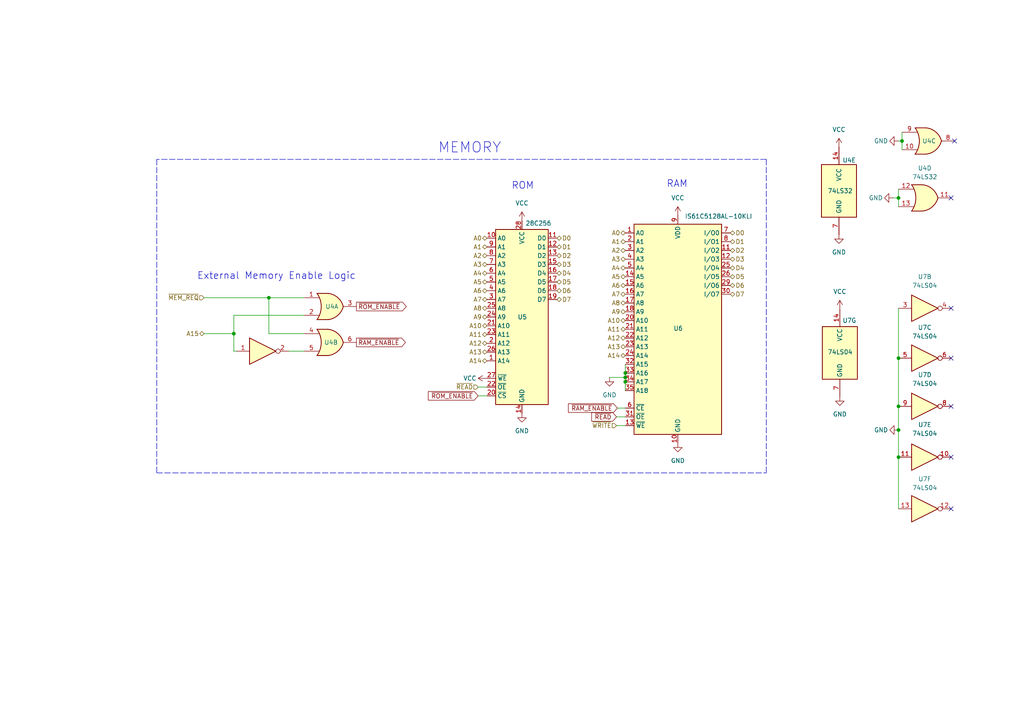
<source format=kicad_sch>
(kicad_sch (version 20211123) (generator eeschema)
  (paper "A4")
  (lib_symbols
    (symbol "74xx:74LS04"
      (property "Reference" "U" (at 0 1.27 0))
      (property "Value" "74LS04" (at 0 -1.27 0))
      (symbol "74LS04_1_0"
        (polyline (pts (xy -3.81 3.81) (xy -3.81 -3.81) (xy 3.81 0) (xy -3.81 3.81)) (stroke (width 0.254)) (fill (type background)))
        (pin input line (at -7.62 0 0) (length 3.81) (name "~") (number "1"))
        (pin output inverted (at 7.62 0 180) (length 3.81) (name "~") (number "2"))
      )
      (symbol "74LS04_2_0"
        (polyline (pts (xy -3.81 3.81) (xy -3.81 -3.81) (xy 3.81 0) (xy -3.81 3.81)) (stroke (width 0.254)) (fill (type background)))
        (pin input line (at -7.62 0 0) (length 3.81) (name "~") (number "3"))
        (pin output inverted (at 7.62 0 180) (length 3.81) (name "~") (number "4"))
      )
      (symbol "74LS04_3_0"
        (polyline (pts (xy -3.81 3.81) (xy -3.81 -3.81) (xy 3.81 0) (xy -3.81 3.81)) (stroke (width 0.254)) (fill (type background)))
        (pin input line (at -7.62 0 0) (length 3.81) (name "~") (number "5"))
        (pin output inverted (at 7.62 0 180) (length 3.81) (name "~") (number "6"))
      )
      (symbol "74LS04_4_0"
        (polyline (pts (xy -3.81 3.81) (xy -3.81 -3.81) (xy 3.81 0) (xy -3.81 3.81)) (stroke (width 0.254)) (fill (type background)))
        (pin output inverted (at 7.62 0 180) (length 3.81) (name "~") (number "8"))
        (pin input line (at -7.62 0 0) (length 3.81) (name "~") (number "9"))
      )
      (symbol "74LS04_5_0"
        (polyline (pts (xy -3.81 3.81) (xy -3.81 -3.81) (xy 3.81 0) (xy -3.81 3.81)) (stroke (width 0.254)) (fill (type background)))
        (pin output inverted (at 7.62 0 180) (length 3.81) (name "~") (number "10"))
        (pin input line (at -7.62 0 0) (length 3.81) (name "~") (number "11"))
      )
      (symbol "74LS04_6_0"
        (polyline (pts (xy -3.81 3.81) (xy -3.81 -3.81) (xy 3.81 0) (xy -3.81 3.81)) (stroke (width 0.254)) (fill (type background)))
        (pin output inverted (at 7.62 0 180) (length 3.81) (name "~") (number "12"))
        (pin input line (at -7.62 0 0) (length 3.81) (name "~") (number "13"))
      )
      (symbol "74LS04_7_0"
        (pin power_in line (at 0 12.7 270) (length 5.08) (name "VCC") (number "14"))
        (pin power_in line (at 0 -12.7 90) (length 5.08) (name "GND") (number "7"))
      )
      (symbol "74LS04_7_1"
        (rectangle (start -5.08 7.62) (end 5.08 -7.62) (stroke (width 0.254)) (fill (type background)))
      )
    )
    (symbol "74xx:74LS32" (pin_names (offset 1.016))
      (property "Reference" "U" (at 0 1.27 0))
      (property "Value" "74LS32" (at 0 -1.27 0))
      (symbol "74LS32_1_1"
        (arc (start -3.81 -3.81) (mid -2.589 0) (end -3.81 3.81) (stroke (width 0.254)))
        (arc (start -0.6096 -3.81) (mid 2.1855 -2.584) (end 3.81 0) (stroke (width 0.254)) (fill (type background)))
        (polyline (pts (xy -3.81 -3.81) (xy -0.635 -3.81)) (stroke (width 0.254)) (fill (type background)))
        (polyline (pts (xy -3.81 3.81) (xy -0.635 3.81)) (stroke (width 0.254)) (fill (type background)))
        (polyline (pts (xy -0.635 3.81) (xy -3.81 3.81) (xy -3.81 3.81) (xy -3.556 3.4036) (xy -3.0226 2.2606) (xy -2.6924 1.0414) (xy -2.6162 -0.254) (xy -2.7686 -1.4986) (xy -3.175 -2.7178) (xy -3.81 -3.81) (xy -3.81 -3.81) (xy -0.635 -3.81)) (stroke (width -25.4)) (fill (type background)))
        (arc (start 3.81 0) (mid 2.1928 2.5925) (end -0.6096 3.81) (stroke (width 0.254)) (fill (type background)))
        (pin input line (at -7.62 2.54 0) (length 4.318) (name "~") (number "1"))
        (pin input line (at -7.62 -2.54 0) (length 4.318) (name "~") (number "2"))
        (pin output line (at 7.62 0 180) (length 3.81) (name "~") (number "3"))
      )
      (symbol "74LS32_1_2"
        (arc (start 0 -3.81) (mid 3.81 0) (end 0 3.81) (stroke (width 0.254)) (fill (type background)))
        (polyline (pts (xy 0 3.81) (xy -3.81 3.81) (xy -3.81 -3.81) (xy 0 -3.81)) (stroke (width 0.254)) (fill (type background)))
        (pin input inverted (at -7.62 2.54 0) (length 3.81) (name "~") (number "1"))
        (pin input inverted (at -7.62 -2.54 0) (length 3.81) (name "~") (number "2"))
        (pin output inverted (at 7.62 0 180) (length 3.81) (name "~") (number "3"))
      )
      (symbol "74LS32_2_1"
        (arc (start -3.81 -3.81) (mid -2.589 0) (end -3.81 3.81) (stroke (width 0.254)))
        (arc (start -0.6096 -3.81) (mid 2.1855 -2.584) (end 3.81 0) (stroke (width 0.254)) (fill (type background)))
        (polyline (pts (xy -3.81 -3.81) (xy -0.635 -3.81)) (stroke (width 0.254)) (fill (type background)))
        (polyline (pts (xy -3.81 3.81) (xy -0.635 3.81)) (stroke (width 0.254)) (fill (type background)))
        (polyline (pts (xy -0.635 3.81) (xy -3.81 3.81) (xy -3.81 3.81) (xy -3.556 3.4036) (xy -3.0226 2.2606) (xy -2.6924 1.0414) (xy -2.6162 -0.254) (xy -2.7686 -1.4986) (xy -3.175 -2.7178) (xy -3.81 -3.81) (xy -3.81 -3.81) (xy -0.635 -3.81)) (stroke (width -25.4)) (fill (type background)))
        (arc (start 3.81 0) (mid 2.1928 2.5925) (end -0.6096 3.81) (stroke (width 0.254)) (fill (type background)))
        (pin input line (at -7.62 2.54 0) (length 4.318) (name "~") (number "4"))
        (pin input line (at -7.62 -2.54 0) (length 4.318) (name "~") (number "5"))
        (pin output line (at 7.62 0 180) (length 3.81) (name "~") (number "6"))
      )
      (symbol "74LS32_2_2"
        (arc (start 0 -3.81) (mid 3.81 0) (end 0 3.81) (stroke (width 0.254)) (fill (type background)))
        (polyline (pts (xy 0 3.81) (xy -3.81 3.81) (xy -3.81 -3.81) (xy 0 -3.81)) (stroke (width 0.254)) (fill (type background)))
        (pin input inverted (at -7.62 2.54 0) (length 3.81) (name "~") (number "4"))
        (pin input inverted (at -7.62 -2.54 0) (length 3.81) (name "~") (number "5"))
        (pin output inverted (at 7.62 0 180) (length 3.81) (name "~") (number "6"))
      )
      (symbol "74LS32_3_1"
        (arc (start -3.81 -3.81) (mid -2.589 0) (end -3.81 3.81) (stroke (width 0.254)))
        (arc (start -0.6096 -3.81) (mid 2.1855 -2.584) (end 3.81 0) (stroke (width 0.254)) (fill (type background)))
        (polyline (pts (xy -3.81 -3.81) (xy -0.635 -3.81)) (stroke (width 0.254)) (fill (type background)))
        (polyline (pts (xy -3.81 3.81) (xy -0.635 3.81)) (stroke (width 0.254)) (fill (type background)))
        (polyline (pts (xy -0.635 3.81) (xy -3.81 3.81) (xy -3.81 3.81) (xy -3.556 3.4036) (xy -3.0226 2.2606) (xy -2.6924 1.0414) (xy -2.6162 -0.254) (xy -2.7686 -1.4986) (xy -3.175 -2.7178) (xy -3.81 -3.81) (xy -3.81 -3.81) (xy -0.635 -3.81)) (stroke (width -25.4)) (fill (type background)))
        (arc (start 3.81 0) (mid 2.1928 2.5925) (end -0.6096 3.81) (stroke (width 0.254)) (fill (type background)))
        (pin input line (at -7.62 -2.54 0) (length 4.318) (name "~") (number "10"))
        (pin output line (at 7.62 0 180) (length 3.81) (name "~") (number "8"))
        (pin input line (at -7.62 2.54 0) (length 4.318) (name "~") (number "9"))
      )
      (symbol "74LS32_3_2"
        (arc (start 0 -3.81) (mid 3.81 0) (end 0 3.81) (stroke (width 0.254)) (fill (type background)))
        (polyline (pts (xy 0 3.81) (xy -3.81 3.81) (xy -3.81 -3.81) (xy 0 -3.81)) (stroke (width 0.254)) (fill (type background)))
        (pin input inverted (at -7.62 -2.54 0) (length 3.81) (name "~") (number "10"))
        (pin output inverted (at 7.62 0 180) (length 3.81) (name "~") (number "8"))
        (pin input inverted (at -7.62 2.54 0) (length 3.81) (name "~") (number "9"))
      )
      (symbol "74LS32_4_1"
        (arc (start -3.81 -3.81) (mid -2.589 0) (end -3.81 3.81) (stroke (width 0.254)))
        (arc (start -0.6096 -3.81) (mid 2.1855 -2.584) (end 3.81 0) (stroke (width 0.254)) (fill (type background)))
        (polyline (pts (xy -3.81 -3.81) (xy -0.635 -3.81)) (stroke (width 0.254)) (fill (type background)))
        (polyline (pts (xy -3.81 3.81) (xy -0.635 3.81)) (stroke (width 0.254)) (fill (type background)))
        (polyline (pts (xy -0.635 3.81) (xy -3.81 3.81) (xy -3.81 3.81) (xy -3.556 3.4036) (xy -3.0226 2.2606) (xy -2.6924 1.0414) (xy -2.6162 -0.254) (xy -2.7686 -1.4986) (xy -3.175 -2.7178) (xy -3.81 -3.81) (xy -3.81 -3.81) (xy -0.635 -3.81)) (stroke (width -25.4)) (fill (type background)))
        (arc (start 3.81 0) (mid 2.1928 2.5925) (end -0.6096 3.81) (stroke (width 0.254)) (fill (type background)))
        (pin output line (at 7.62 0 180) (length 3.81) (name "~") (number "11"))
        (pin input line (at -7.62 2.54 0) (length 4.318) (name "~") (number "12"))
        (pin input line (at -7.62 -2.54 0) (length 4.318) (name "~") (number "13"))
      )
      (symbol "74LS32_4_2"
        (arc (start 0 -3.81) (mid 3.81 0) (end 0 3.81) (stroke (width 0.254)) (fill (type background)))
        (polyline (pts (xy 0 3.81) (xy -3.81 3.81) (xy -3.81 -3.81) (xy 0 -3.81)) (stroke (width 0.254)) (fill (type background)))
        (pin output inverted (at 7.62 0 180) (length 3.81) (name "~") (number "11"))
        (pin input inverted (at -7.62 2.54 0) (length 3.81) (name "~") (number "12"))
        (pin input inverted (at -7.62 -2.54 0) (length 3.81) (name "~") (number "13"))
      )
      (symbol "74LS32_5_0"
        (pin power_in line (at 0 12.7 270) (length 5.08) (name "VCC") (number "14"))
        (pin power_in line (at 0 -12.7 90) (length 5.08) (name "GND") (number "7"))
      )
      (symbol "74LS32_5_1"
        (rectangle (start -5.08 7.62) (end 5.08 -7.62) (stroke (width 0.254)) (fill (type background)))
      )
    )
    (symbol "Memory_EEPROM:28C256"
      (property "Reference" "U" (at -7.62 26.67 0))
      (property "Value" "28C256" (at 2.54 -26.67 0))
      (symbol "28C256_1_1"
        (rectangle (start -7.62 25.4) (end 7.62 -25.4) (stroke (width 0.254)) (fill (type background)))
        (pin input line (at -10.16 -12.7 0) (length 2.54) (name "A14") (number "1"))
        (pin input line (at -10.16 22.86 0) (length 2.54) (name "A0") (number "10"))
        (pin tri_state line (at 10.16 22.86 180) (length 2.54) (name "D0") (number "11"))
        (pin tri_state line (at 10.16 20.32 180) (length 2.54) (name "D1") (number "12"))
        (pin tri_state line (at 10.16 17.78 180) (length 2.54) (name "D2") (number "13"))
        (pin power_in line (at 0 -27.94 90) (length 2.54) (name "GND") (number "14"))
        (pin tri_state line (at 10.16 15.24 180) (length 2.54) (name "D3") (number "15"))
        (pin tri_state line (at 10.16 12.7 180) (length 2.54) (name "D4") (number "16"))
        (pin tri_state line (at 10.16 10.16 180) (length 2.54) (name "D5") (number "17"))
        (pin tri_state line (at 10.16 7.62 180) (length 2.54) (name "D6") (number "18"))
        (pin tri_state line (at 10.16 5.08 180) (length 2.54) (name "D7") (number "19"))
        (pin input line (at -10.16 -7.62 0) (length 2.54) (name "A12") (number "2"))
        (pin input line (at -10.16 -22.86 0) (length 2.54) (name "~{CS}") (number "20"))
        (pin input line (at -10.16 -2.54 0) (length 2.54) (name "A10") (number "21"))
        (pin input line (at -10.16 -20.32 0) (length 2.54) (name "~{OE}") (number "22"))
        (pin input line (at -10.16 -5.08 0) (length 2.54) (name "A11") (number "23"))
        (pin input line (at -10.16 0 0) (length 2.54) (name "A9") (number "24"))
        (pin input line (at -10.16 2.54 0) (length 2.54) (name "A8") (number "25"))
        (pin input line (at -10.16 -10.16 0) (length 2.54) (name "A13") (number "26"))
        (pin input line (at -10.16 -17.78 0) (length 2.54) (name "~{WE}") (number "27"))
        (pin power_in line (at 0 27.94 270) (length 2.54) (name "VCC") (number "28"))
        (pin input line (at -10.16 5.08 0) (length 2.54) (name "A7") (number "3"))
        (pin input line (at -10.16 7.62 0) (length 2.54) (name "A6") (number "4"))
        (pin input line (at -10.16 10.16 0) (length 2.54) (name "A5") (number "5"))
        (pin input line (at -10.16 12.7 0) (length 2.54) (name "A4") (number "6"))
        (pin input line (at -10.16 15.24 0) (length 2.54) (name "A3") (number "7"))
        (pin input line (at -10.16 17.78 0) (length 2.54) (name "A2") (number "8"))
        (pin input line (at -10.16 20.32 0) (length 2.54) (name "A1") (number "9"))
      )
    )
    (symbol "Memory_RAM:IS61C5128AL-10KLI"
      (property "Reference" "U" (at -10.16 31.75 0))
      (property "Value" "IS61C5128AL-10KLI" (at 12.7 31.75 0))
      (symbol "IS61C5128AL-10KLI_0_1"
        (rectangle (start -12.7 30.48) (end 12.7 -30.48) (stroke (width 0.254)) (fill (type background)))
      )
      (symbol "IS61C5128AL-10KLI_1_1"
        (pin input line (at -15.24 27.94 0) (length 2.54) (name "A0") (number "1"))
        (pin power_in line (at 0 -33.02 90) (length 2.54) (name "GND") (number "10"))
        (pin bidirectional line (at 15.24 22.86 180) (length 2.54) (name "I/O2") (number "11"))
        (pin bidirectional line (at 15.24 20.32 180) (length 2.54) (name "I/O3") (number "12"))
        (pin input line (at -15.24 -27.94 0) (length 2.54) (name "~{WE}") (number "13"))
        (pin input line (at -15.24 15.24 0) (length 2.54) (name "A5") (number "14"))
        (pin input line (at -15.24 12.7 0) (length 2.54) (name "A6") (number "15"))
        (pin input line (at -15.24 10.16 0) (length 2.54) (name "A7") (number "16"))
        (pin input line (at -15.24 7.62 0) (length 2.54) (name "A8") (number "17"))
        (pin input line (at -15.24 5.08 0) (length 2.54) (name "A9") (number "18"))
        (pin no_connect line (at 12.7 -27.94 180) (length 2.54) hide (name "NC") (number "19"))
        (pin input line (at -15.24 25.4 0) (length 2.54) (name "A1") (number "2"))
        (pin input line (at -15.24 2.54 0) (length 2.54) (name "A10") (number "20"))
        (pin input line (at -15.24 0 0) (length 2.54) (name "A11") (number "21"))
        (pin input line (at -15.24 -2.54 0) (length 2.54) (name "A12") (number "22"))
        (pin input line (at -15.24 -5.08 0) (length 2.54) (name "A13") (number "23"))
        (pin input line (at -15.24 -7.62 0) (length 2.54) (name "A14") (number "24"))
        (pin bidirectional line (at 15.24 17.78 180) (length 2.54) (name "I/O4") (number "25"))
        (pin bidirectional line (at 15.24 15.24 180) (length 2.54) (name "I/O5") (number "26"))
        (pin passive line (at 0 33.02 270) (length 2.54) hide (name "VDD") (number "27"))
        (pin passive line (at 0 -33.02 90) (length 2.54) hide (name "GND") (number "28"))
        (pin bidirectional line (at 15.24 12.7 180) (length 2.54) (name "I/O6") (number "29"))
        (pin input line (at -15.24 22.86 0) (length 2.54) (name "A2") (number "3"))
        (pin bidirectional line (at 15.24 10.16 180) (length 2.54) (name "I/O7") (number "30"))
        (pin input line (at -15.24 -25.4 0) (length 2.54) (name "~{OE}") (number "31"))
        (pin input line (at -15.24 -10.16 0) (length 2.54) (name "A15") (number "32"))
        (pin input line (at -15.24 -12.7 0) (length 2.54) (name "A16") (number "33"))
        (pin input line (at -15.24 -15.24 0) (length 2.54) (name "A17") (number "34"))
        (pin input line (at -15.24 -17.78 0) (length 2.54) (name "A18") (number "35"))
        (pin no_connect line (at 12.7 -25.4 180) (length 2.54) hide (name "NC") (number "36"))
        (pin input line (at -15.24 20.32 0) (length 2.54) (name "A3") (number "4"))
        (pin input line (at -15.24 17.78 0) (length 2.54) (name "A4") (number "5"))
        (pin input line (at -15.24 -22.86 0) (length 2.54) (name "~{CE}") (number "6"))
        (pin bidirectional line (at 15.24 27.94 180) (length 2.54) (name "I/O0") (number "7"))
        (pin bidirectional line (at 15.24 25.4 180) (length 2.54) (name "I/O1") (number "8"))
        (pin power_in line (at 0 33.02 270) (length 2.54) (name "VDD") (number "9"))
      )
    )
    (symbol "power:GND" (power) (pin_names (offset 0))
      (property "Value" "GND" (at 0 -3.81 0))
      (symbol "GND_0_1"
        (polyline (pts (xy 0 0) (xy 0 -1.27) (xy 1.27 -1.27) (xy 0 -2.54) (xy -1.27 -1.27) (xy 0 -1.27)))
      )
      (symbol "GND_1_1"
        (pin power_in line (at 0 0 270) (length 0) hide (name "GND") (number "1"))
      )
    )
    (symbol "power:VCC" (power) (pin_names (offset 0))
      (property "Value" "VCC" (at 0 3.81 0))
      (symbol "VCC_0_1"
        (polyline (pts (xy -0.762 1.27) (xy 0 2.54)))
        (polyline (pts (xy 0 0) (xy 0 2.54)))
        (polyline (pts (xy 0 2.54) (xy 0.762 1.27)))
      )
      (symbol "VCC_1_1"
        (pin power_in line (at 0 0 90) (length 0) hide (name "VCC") (number "1"))
      )
    )
  )
  (junction (at 260.604 103.886))
  (junction (at 261.62 40.894))
  (junction (at 181.356 109.474))
  (junction (at 260.604 132.588))
  (junction (at 181.356 110.744))
  (junction (at 260.604 124.714))
  (junction (at 77.978 86.36))
  (junction (at 260.604 57.404))
  (junction (at 260.604 117.856))
  (junction (at 181.356 108.204))
  (junction (at 67.818 96.774))
  (no_connect (at 275.844 132.588))
  (no_connect (at 275.844 147.574))
  (no_connect (at 275.844 103.886))
  (no_connect (at 275.844 117.856))
  (no_connect (at 276.86 40.894))
  (no_connect (at 275.844 57.404))
  (no_connect (at 275.844 89.408))
  (wire (pts (xy 88.138 96.774) (xy 77.978 96.774)))
  (wire (pts (xy 260.604 54.864) (xy 260.604 57.404)))
  (wire (pts (xy 181.356 109.474) (xy 181.356 110.744)))
  (wire (pts (xy 88.138 91.44) (xy 67.818 91.44)))
  (wire (pts (xy 181.356 110.744) (xy 181.356 113.284)))
  (wire (pts (xy 181.356 105.664) (xy 181.356 108.204)))
  (wire (pts (xy 178.816 120.904) (xy 181.356 120.904)))
  (wire (pts (xy 59.182 86.36) (xy 77.978 86.36)))
  (wire (pts (xy 138.684 114.808) (xy 141.224 114.808)))
  (wire (pts (xy 260.604 57.404) (xy 260.604 59.944)))
  (wire (pts (xy 260.604 89.408) (xy 260.604 103.886)))
  (wire (pts (xy 261.62 40.894) (xy 261.62 38.354)))
  (wire (pts (xy 179.07 118.364) (xy 181.356 118.364)))
  (polyline (pts (xy 45.466 137.16) (xy 222.25 137.16)))
  (wire (pts (xy 260.604 103.886) (xy 260.604 117.856)))
  (wire (pts (xy 83.82 101.854) (xy 88.138 101.854)))
  (wire (pts (xy 261.62 40.894) (xy 261.62 43.434)))
  (wire (pts (xy 260.604 117.856) (xy 260.604 124.714)))
  (wire (pts (xy 176.784 109.474) (xy 181.356 109.474)))
  (wire (pts (xy 260.604 40.894) (xy 261.62 40.894)))
  (wire (pts (xy 259.08 57.404) (xy 260.604 57.404)))
  (wire (pts (xy 260.604 124.714) (xy 260.604 132.588)))
  (wire (pts (xy 178.816 123.444) (xy 181.356 123.444)))
  (wire (pts (xy 67.818 96.774) (xy 67.818 101.854)))
  (wire (pts (xy 77.978 96.774) (xy 77.978 86.36)))
  (wire (pts (xy 138.684 112.268) (xy 141.224 112.268)))
  (polyline (pts (xy 45.466 46.228) (xy 45.466 137.16)))
  (wire (pts (xy 77.978 86.36) (xy 88.138 86.36)))
  (wire (pts (xy 67.818 101.854) (xy 68.58 101.854)))
  (wire (pts (xy 181.356 108.204) (xy 181.356 109.474)))
  (wire (pts (xy 260.604 132.588) (xy 260.604 147.574)))
  (polyline (pts (xy 222.25 46.228) (xy 222.25 137.16)))
  (wire (pts (xy 67.818 91.44) (xy 67.818 96.774)))
  (polyline (pts (xy 222.25 46.228) (xy 45.466 46.228)))
  (wire (pts (xy 59.182 96.774) (xy 67.818 96.774)))
  (text "MEMORY" (at 127 44.704 0) (effects (font (size 3 3)) (justify left bottom)))
  (text "ROM" (at 148.336 55.118 0) (effects (font (size 2 2)) (justify left bottom)))
  (text "RAM" (at 193.294 54.61 0) (effects (font (size 2 2)) (justify left bottom)))
  (text "External Memory Enable Logic" (at 57.15 81.28 0) (effects (font (size 2 2)) (justify left bottom)))
  (global_label "~{READ}" (shape input) (at 178.816 120.904 180) (property "Intersheet References" "${INTERSHEET_REFS}" (effects hide)))
  (global_label "~{ROM_ENABLE}" (shape output) (at 103.378 88.9 0) (property "Intersheet References" "${INTERSHEET_REFS}" (effects hide)))
  (global_label "~{RAM_ENABLE}" (shape output) (at 103.378 99.314 0) (property "Intersheet References" "${INTERSHEET_REFS}" (effects hide)))
  (global_label "~{RAM_ENABLE}" (shape input) (at 179.07 118.364 180) (property "Intersheet References" "${INTERSHEET_REFS}" (effects hide)))
  (global_label "~{ROM_ENABLE}" (shape input) (at 138.684 114.808 180) (property "Intersheet References" "${INTERSHEET_REFS}" (effects hide)))
  (hierarchical_label "D6" (shape tri_state) (at 161.544 84.328 0))
  (hierarchical_label "A1" (shape tri_state) (at 141.224 71.628 180))
  (hierarchical_label "A14" (shape tri_state) (at 181.356 103.124 180))
  (hierarchical_label "A14" (shape tri_state) (at 141.224 104.648 180))
  (hierarchical_label "A12" (shape tri_state) (at 141.224 99.568 180))
  (hierarchical_label "A7" (shape tri_state) (at 181.356 85.344 180))
  (hierarchical_label "A10" (shape tri_state) (at 181.356 92.964 180))
  (hierarchical_label "A4" (shape tri_state) (at 181.356 77.724 180))
  (hierarchical_label "A6" (shape tri_state) (at 141.224 84.328 180))
  (hierarchical_label "D4" (shape tri_state) (at 161.544 79.248 0))
  (hierarchical_label "D0" (shape tri_state) (at 211.836 67.564 0))
  (hierarchical_label "A3" (shape tri_state) (at 141.224 76.708 180))
  (hierarchical_label "A15" (shape tri_state) (at 59.182 96.774 180))
  (hierarchical_label "A6" (shape tri_state) (at 181.356 82.804 180))
  (hierarchical_label "D7" (shape tri_state) (at 161.544 86.868 0))
  (hierarchical_label "A12" (shape tri_state) (at 181.356 98.044 180))
  (hierarchical_label "A0" (shape tri_state) (at 181.356 67.564 180))
  (hierarchical_label "A2" (shape tri_state) (at 141.224 74.168 180))
  (hierarchical_label "A13" (shape tri_state) (at 181.356 100.584 180))
  (hierarchical_label "A2" (shape tri_state) (at 181.356 72.644 180))
  (hierarchical_label "A9" (shape tri_state) (at 181.356 90.424 180))
  (hierarchical_label "A8" (shape tri_state) (at 181.356 87.884 180))
  (hierarchical_label "A1" (shape tri_state) (at 181.356 70.104 180))
  (hierarchical_label "A5" (shape tri_state) (at 141.224 81.788 180))
  (hierarchical_label "A13" (shape tri_state) (at 141.224 102.108 180))
  (hierarchical_label "D6" (shape tri_state) (at 211.836 82.804 0))
  (hierarchical_label "~{READ}" (shape input) (at 138.684 112.268 180))
  (hierarchical_label "D5" (shape tri_state) (at 161.544 81.788 0))
  (hierarchical_label "D3" (shape tri_state) (at 211.836 75.184 0))
  (hierarchical_label "A11" (shape tri_state) (at 141.224 97.028 180))
  (hierarchical_label "A5" (shape tri_state) (at 181.356 80.264 180))
  (hierarchical_label "D1" (shape tri_state) (at 211.836 70.104 0))
  (hierarchical_label "~{MEM_REQ}" (shape input) (at 59.182 86.36 180))
  (hierarchical_label "A11" (shape tri_state) (at 181.356 95.504 180))
  (hierarchical_label "D1" (shape tri_state) (at 161.544 71.628 0))
  (hierarchical_label "D5" (shape tri_state) (at 211.836 80.264 0))
  (hierarchical_label "A10" (shape tri_state) (at 141.224 94.488 180))
  (hierarchical_label "D4" (shape tri_state) (at 211.836 77.724 0))
  (hierarchical_label "A7" (shape tri_state) (at 141.224 86.868 180))
  (hierarchical_label "~{WRITE}" (shape input) (at 178.816 123.444 180))
  (hierarchical_label "D2" (shape tri_state) (at 161.544 74.168 0))
  (hierarchical_label "A9" (shape tri_state) (at 141.224 91.948 180))
  (hierarchical_label "D3" (shape tri_state) (at 161.544 76.708 0))
  (hierarchical_label "A0" (shape tri_state) (at 141.224 69.088 180))
  (hierarchical_label "A8" (shape tri_state) (at 141.224 89.408 180))
  (hierarchical_label "D7" (shape tri_state) (at 211.836 85.344 0))
  (hierarchical_label "D2" (shape tri_state) (at 211.836 72.644 0))
  (hierarchical_label "A4" (shape tri_state) (at 141.224 79.248 180))
  (hierarchical_label "D0" (shape tri_state) (at 161.544 69.088 0))
  (hierarchical_label "A3" (shape tri_state) (at 181.356 75.184 180))
  (symbol (lib_id "74xx:74LS32") (at 243.332 55.372 0) (unit 5)
    (property "Reference" "U4" (at 244.348 46.482 0) (effects (justify left)))
    (property "Value" "74LS32" (at 240.03 55.372 0) (effects (justify left)))
    (property "Datasheet" "http://www.ti.com/lit/gpn/sn74LS32" (effects hide))
  )
  (symbol (lib_id "power:VCC") (at 243.586 89.662 0) (unit 1)
    (property "Reference" "#PWR060" (effects hide))
    (property "Value" "VCC" (at 243.586 84.582 0))
  )
  (symbol (lib_id "power:VCC") (at 243.332 42.672 0) (unit 1)
    (property "Reference" "#PWR058" (effects hide))
    (property "Value" "VCC" (at 243.332 37.592 0))
  )
  (symbol (lib_id "power:GND") (at 196.596 128.524 0) (unit 1)
    (property "Reference" "#PWR057" (effects hide))
    (property "Value" "GND" (at 196.596 133.604 0))
  )
  (symbol (lib_id "74xx:74LS04") (at 268.224 103.886 0) (unit 3)
    (property "Reference" "U7" (at 268.224 94.996 0))
    (property "Value" "74LS04" (at 268.224 97.536 0))
    (property "Datasheet" "http://www.ti.com/lit/gpn/sn74LS04" (effects hide))
  )
  (symbol (lib_id "power:GND") (at 260.604 124.714 270) (unit 1)
    (property "Reference" "#PWR064" (effects hide))
    (property "Value" "GND" (at 253.492 124.714 90) (effects (justify left)))
  )
  (symbol (lib_id "power:GND") (at 176.784 109.474 0) (unit 1)
    (property "Reference" "#PWR055" (effects hide))
    (property "Value" "GND" (at 176.784 114.554 0))
  )
  (symbol (lib_id "Memory_RAM:IS61C5128AL-10KLI") (at 196.596 95.504 0) (unit 1)
    (property "Reference" "U6" (at 195.326 95.25 0) (effects (justify left)))
    (property "Value" "IS61C5128AL-10KLI" (at 198.628 62.738 0) (effects (justify left)))
    (property "Footprint" "Package_SO:SOJ-36_10.16x23.49mm_P1.27mm" (effects hide))
    (property "Datasheet" "http://www.issi.com/WW/pdf/61-64C5128AL.pdf" (effects hide))
  )
  (symbol (lib_id "power:VCC") (at 141.224 109.728 90) (unit 1)
    (property "Reference" "#PWR052" (effects hide))
    (property "Value" "VCC" (at 134.366 109.728 90) (effects (justify right)))
  )
  (symbol (lib_id "power:VCC") (at 196.596 62.484 0) (unit 1)
    (property "Reference" "#PWR056" (effects hide))
    (property "Value" "VCC" (at 196.596 57.404 0))
  )
  (symbol (lib_id "74xx:74LS04") (at 243.586 102.362 0) (unit 7)
    (property "Reference" "U7" (at 244.348 92.964 0) (effects (justify left)))
    (property "Value" "74LS04" (at 240.03 102.108 0) (effects (justify left)))
    (property "Datasheet" "http://www.ti.com/lit/gpn/sn74LS04" (effects hide))
  )
  (symbol (lib_id "74xx:74LS04") (at 268.224 89.408 0) (unit 2)
    (property "Reference" "U7" (at 268.224 80.264 0))
    (property "Value" "74LS04" (at 268.224 82.804 0))
    (property "Datasheet" "http://www.ti.com/lit/gpn/sn74LS04" (effects hide))
  )
  (symbol (lib_id "74xx:74LS04") (at 268.224 117.856 0) (unit 4)
    (property "Reference" "U7" (at 268.224 108.712 0))
    (property "Value" "74LS04" (at 268.224 111.252 0))
    (property "Datasheet" "http://www.ti.com/lit/gpn/sn74LS04" (effects hide))
  )
  (symbol (lib_id "74xx:74LS32") (at 268.224 57.404 0) (unit 4)
    (property "Reference" "U4" (at 268.224 48.768 0))
    (property "Value" "74LS32" (at 268.224 51.308 0))
    (property "Datasheet" "http://www.ti.com/lit/gpn/sn74LS32" (effects hide))
  )
  (symbol (lib_id "74xx:74LS04") (at 268.224 147.574 0) (unit 6)
    (property "Reference" "U7" (at 268.224 138.938 0))
    (property "Value" "74LS04" (at 268.224 141.478 0))
    (property "Datasheet" "http://www.ti.com/lit/gpn/sn74LS04" (effects hide))
  )
  (symbol (lib_id "power:GND") (at 260.604 40.894 270) (unit 1)
    (property "Reference" "#PWR063" (effects hide))
    (property "Value" "GND" (at 253.492 40.894 90) (effects (justify left)))
  )
  (symbol (lib_id "74xx:74LS32") (at 269.24 40.894 0) (unit 3)
    (property "Reference" "U4" (at 269.494 40.894 0))
    (property "Value" "74LS32" (effects hide))
    (property "Datasheet" "http://www.ti.com/lit/gpn/sn74LS32" (effects hide))
  )
  (symbol (lib_id "power:GND") (at 259.08 57.404 270) (unit 1)
    (property "Reference" "#PWR062" (effects hide))
    (property "Value" "GND" (at 251.968 57.404 90) (effects (justify left)))
  )
  (symbol (lib_id "power:VCC") (at 151.384 64.008 0) (unit 1)
    (property "Reference" "#PWR053" (effects hide))
    (property "Value" "VCC" (at 151.384 58.928 0))
  )
  (symbol (lib_id "74xx:74LS32") (at 95.758 99.314 0) (unit 2)
    (property "Reference" "U4" (at 96.012 99.314 0))
    (property "Value" "74LS32" (effects hide))
    (property "Datasheet" "http://www.ti.com/lit/gpn/sn74LS32" (effects hide))
  )
  (symbol (lib_id "74xx:74LS04") (at 76.2 101.854 0) (unit 1)
    (property "Reference" "U2" (effects hide))
    (property "Value" "74LS04" (effects hide))
    (property "Footprint" "Package_SO:TSSOP-14_4.4x5mm_P0.65mm" (effects hide))
    (property "Datasheet" "http://www.ti.com/lit/gpn/sn74LS04" (effects hide))
  )
  (symbol (lib_id "power:GND") (at 151.384 119.888 0) (unit 1)
    (property "Reference" "#PWR054" (effects hide))
    (property "Value" "GND" (at 151.384 124.968 0))
  )
  (symbol (lib_id "74xx:74LS04") (at 268.224 132.588 0) (unit 5)
    (property "Reference" "U7" (at 268.224 123.19 0))
    (property "Value" "74LS04" (at 268.224 125.73 0))
    (property "Datasheet" "http://www.ti.com/lit/gpn/sn74LS04" (effects hide))
  )
  (symbol (lib_id "Memory_EEPROM:28C256") (at 151.384 91.948 0) (unit 1)
    (property "Reference" "U5" (at 150.114 91.948 0) (effects (justify left)))
    (property "Value" "28C256" (at 152.4 64.77 0) (effects (justify left)))
    (property "Datasheet" "http://ww1.microchip.com/downloads/en/DeviceDoc/doc0006.pdf" (effects hide))
  )
  (symbol (lib_id "74xx:74LS32") (at 95.758 88.9 0) (unit 1)
    (property "Reference" "U4" (at 96.266 88.9 0))
    (property "Value" "74LS32" (effects hide))
    (property "Datasheet" "http://www.ti.com/lit/gpn/sn74LS32" (effects hide))
  )
  (symbol (lib_id "power:GND") (at 243.586 115.062 0) (unit 1)
    (property "Reference" "#PWR061" (effects hide))
    (property "Value" "GND" (at 243.586 120.142 0))
  )
  (symbol (lib_id "power:GND") (at 243.332 68.072 0) (unit 1)
    (property "Reference" "#PWR059" (effects hide))
    (property "Value" "GND" (at 243.332 73.152 0))
  )
)
</source>
